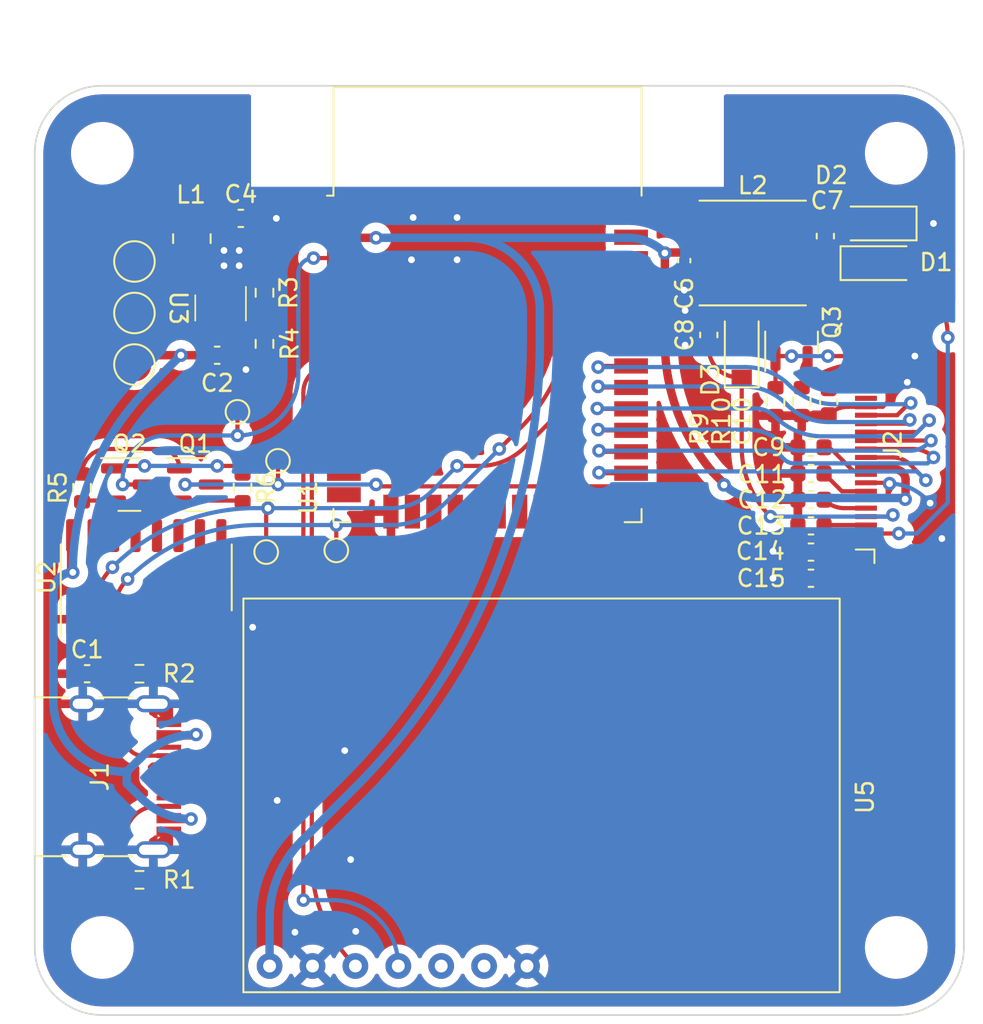
<source format=kicad_pcb>
(kicad_pcb (version 20211014) (generator pcbnew)
  (layers (0 "F.Cu" signal) (31 "B.Cu" signal) (34 "B.Paste" user) (35 "F.Paste" user) (36 "B.SilkS" user "B.Silkscreen") (37 "F.SilkS" user "F.Silkscreen") (38 "B.Mask" user) (39 "F.Mask" user) (44 "Edge.Cuts" user))
  (net 0 "")
  (net 1 "GND")
  (net 2 "Net-(C1-Pad2)")
  (net 3 "+5V")
  (net 4 "+3V3")
  (net 5 "Net-(C7-Pad1)")
  (net 6 "Net-(C7-Pad2)")
  (net 7 "/VGH")
  (net 8 "Net-(C10-Pad1)")
  (net 9 "Net-(C11-Pad1)")
  (net 10 "Net-(C12-Pad1)")
  (net 11 "Net-(C13-Pad1)")
  (net 12 "/VGL")
  (net 13 "Net-(J1-PadA5)")
  (net 15 "Net-(J1-PadB5)")
  (net 17 "/GDR")
  (net 18 "/RESE")
  (net 21 "Net-(C15-Pad1)")
  (net 22 "/BUSY")
  (net 23 "/~{RES}")
  (net 24 "/D{slash}C")
  (net 25 "/~{CS}")
  (net 26 "/DISPLAY_SCL")
  (net 28 "Net-(L1-Pad1)")
  (net 29 "Net-(Q1-Pad1)")
  (net 30 "/~{DTR}")
  (net 31 "/GPIO0")
  (net 32 "Net-(Q2-Pad1)")
  (net 33 "/~{RTS}")
  (net 34 "/EN")
  (net 37 "/DISPLAY_SDA")
  (net 38 "Net-(R3-Pad2)")
  (net 55 "/SCD30_SDA")
  (net 56 "/SCD30_SCL")
  (net 57 "/D+")
  (net 58 "/D-")
  (net 61 "/ESP_RX")
  (net 62 "/ESP_TX")
  (footprint "Package_TO_SOT_SMD:SOT-23" (layer "F.Cu") (at 134.5 98.6)
    (fp_text reference "Q1")
    (fp_text value "MMBT2222")
  )
  (footprint "TestPoint:TestPoint_Pad_D1.0mm" (layer "F.Cu") (at 138.7 102.6)
    (fp_text reference "TP7" hide)
    (fp_text value "TestPoint_Small")
  )
  (footprint "Capacitor_SMD:C_0603_1608Metric" (layer "F.Cu") (at 164.9 89.75 90)
    (fp_text reference "C8")
    (fp_text value "1µF 25V")
  )
  (footprint "Package_TO_SOT_SMD:SOT-23" (layer "F.Cu") (at 169.8 90.2 90)
    (fp_text reference "Q3")
    (fp_text value "IRLML0100TRPBF")
  )
  (footprint "Resistor_SMD:R_0603_1608Metric" (layer "F.Cu") (at 170.4 93.7 -90)
    (fp_text reference "R10")
    (fp_text value "2.2Ω")
  )
  (footprint "MountingHole:MountingHole_2.7mm_M2.5" (layer "F.Cu") (at 176 79)
    (fp_text reference "H2" hide)
    (fp_text value "MountingHole")
  )
  (footprint "TestPoint:TestPoint_Pad_D2.0mm" (layer "F.Cu") (at 130.9 88.45)
    (fp_text reference "TP1" hide)
    (fp_text value "TestPoint_Small")
  )
  (footprint "TestPoint:TestPoint_Pad_D1.0mm" (layer "F.Cu") (at 142.85 102.5)
    (fp_text reference "TP6" hide)
    (fp_text value "TestPoint_Small")
  )
  (footprint "Resistor_SMD:R_0603_1608Metric" (layer "F.Cu") (at 168.85 93.7 -90)
    (fp_text reference "R9")
    (fp_text value "1MΩ")
  )
  (footprint "MountingHole:MountingHole_2.7mm_M2.5" (layer "F.Cu") (at 176 126)
    (fp_text reference "H4" hide)
    (fp_text value "MountingHole")
  )
  (footprint "RF_Module:ESP32-WROOM-32" (layer "F.Cu") (at 151.8 90.95)
    (fp_text reference "U1")
    (fp_text value "ESP32-WROOM-32E")
  )
  (footprint "minico2:SOT-25" (layer "F.Cu") (at 136 88.15 -90)
    (fp_text reference "U3")
    (fp_text value "AP3418")
  )
  (footprint "Capacitor_SMD:C_0603_1608Metric" (layer "F.Cu") (at 170.95 99.5 180)
    (fp_text reference "C12")
    (fp_text value "1µF 25V")
  )
  (footprint "Resistor_SMD:R_0603_1608Metric" (layer "F.Cu") (at 138.6 90.275 -90)
    (fp_text reference "R4")
    (fp_text value "100kΩ")
  )
  (footprint "TestPoint:TestPoint_Pad_D1.0mm" (layer "F.Cu") (at 137 94.3)
    (fp_text reference "TP5" hide)
    (fp_text value "TestPoint_Small")
  )
  (footprint "Capacitor_SMD:C_0603_1608Metric" (layer "F.Cu") (at 128.1 109.8)
    (fp_text reference "C1")
    (fp_text value "100nF")
  )
  (footprint "Diode_SMD:D_SOD-123" (layer "F.Cu") (at 174.95 85.5)
    (fp_text reference "D1")
    (fp_text value "MBR0530T1G")
  )
  (footprint "Inductor_SMD:L_1008_2520Metric" (layer "F.Cu") (at 134.3 84.05 90)
    (fp_text reference "L1")
    (fp_text value "2.2µH 1.5A")
  )
  (footprint "Capacitor_SMD:C_0603_1608Metric" (layer "F.Cu") (at 170.95 104.15 180)
    (fp_text reference "C15")
    (fp_text value "1µF 25V")
  )
  (footprint "Diode_SMD:D_SOD-123" (layer "F.Cu") (at 166.85 90.6 90)
    (fp_text reference "D3")
    (fp_text value "MBR0530T1G")
  )
  (footprint "Capacitor_SMD:C_0603_1608Metric" (layer "F.Cu") (at 172 93.7 -90)
    (fp_text reference "C10")
    (fp_text value "1µF 25V")
  )
  (footprint "Capacitor_SMD:C_0402_1005Metric" (layer "F.Cu") (at 163.45 85.35 -90)
    (fp_text reference "C6")
    (fp_text value "4.7µF 25V")
  )
  (footprint "Capacitor_SMD:C_0603_1608Metric" (layer "F.Cu") (at 170.95 101.05 180)
    (fp_text reference "C13")
    (fp_text value "1µF 25V")
  )
  (footprint "Diode_SMD:D_SOD-123" (layer "F.Cu") (at 174.95 83.15 180)
    (fp_text reference "D2")
    (fp_text value "MBR0530T1G")
  )
  (footprint "Capacitor_SMD:C_0603_1608Metric" (layer "F.Cu") (at 171.8 83.9 -90)
    (fp_text reference "C7")
    (fp_text value "4.7µF 25V")
  )
  (footprint "Package_TO_SOT_SMD:SOT-23" (layer "F.Cu") (at 130.6 98.6)
    (fp_text reference "Q2")
    (fp_text value "MMBT2222")
  )
  (footprint "Connector_USB:USB_C_Receptacle_HRO_TYPE-C-31-M-12" (layer "F.Cu") (at 128.89 115.9 -90)
    (fp_text reference "J1")
    (fp_text value "USB_C_Receptacle_USB2.0")
  )
  (footprint "minico2:scd30" (layer "F.Cu") (at 155 117 90)
    (fp_text reference "U5")
    (fp_text value "SCD30")
  )
  (footprint "Resistor_SMD:R_0603_1608Metric" (layer "F.Cu") (at 137.3 98.8 90)
    (fp_text reference "R6")
    (fp_text value "10kΩ")
  )
  (footprint "MountingHole:MountingHole_2.7mm_M2.5" (layer "F.Cu") (at 129 79)
    (fp_text reference "H1" hide)
    (fp_text value "MountingHole")
  )
  (footprint "TestPoint:TestPoint_Pad_D2.0mm" (layer "F.Cu") (at 130.9 91.5)
    (fp_text reference "TP2" hide)
    (fp_text value "TestPoint_Small")
  )
  (footprint "Resistor_SMD:R_0603_1608Metric" (layer "F.Cu") (at 138.6 87.25 -90)
    (fp_text reference "R3")
    (fp_text value "453kΩ")
  )
  (footprint "Capacitor_SMD:C_0603_1608Metric" (layer "F.Cu") (at 170.95 102.6 180)
    (fp_text reference "C14")
    (fp_text value "1µF 25V")
  )
  (footprint "Capacitor_SMD:C_0603_1608Metric" (layer "F.Cu") (at 137.2 82.85)
    (fp_text reference "C4")
    (fp_text value "10µF")
  )
  (footprint "TestPoint:TestPoint_Pad_D2.0mm" (layer "F.Cu") (at 130.9 85.4)
    (fp_text reference "TP3" hide)
    (fp_text value "TestPoint_Small")
  )
  (footprint "Resistor_SMD:R_0603_1608Metric" (layer "F.Cu") (at 131.2 109.8)
    (fp_text reference "R2")
    (fp_text value "5.1kΩ")
  )
  (footprint "minico2:JUSHUO_AFC07-S24ECC-00_1x24-1MP_P0.5mm_Horizontal_Reversed_Numbering" (layer "F.Cu") (at 174.205 96.25 90)
    (fp_text reference "J2")
    (fp_text value "GDEY0213Z98")
  )
  (footprint "Capacitor_SMD:C_0603_1608Metric" (layer "F.Cu") (at 135.8 90.95)
    (fp_text reference "C2")
    (fp_text value "4.7µF")
  )
  (footprint "MountingHole:MountingHole_2.7mm_M2.5" (layer "F.Cu") (at 129 126)
    (fp_text reference "H3" hide)
    (fp_text value "MountingHole")
  )
  (footprint "Resistor_SMD:R_0603_1608Metric" (layer "F.Cu") (at 127.8 98.8 90)
    (fp_text reference "R5")
    (fp_text value "10kΩ")
  )
  (footprint "Resistor_SMD:R_0603_1608Metric" (layer "F.Cu") (at 131.2 122)
    (fp_text reference "R1")
    (fp_text value "5.1kΩ")
  )
  (footprint "TestPoint:TestPoint_Pad_D1.0mm" (layer "F.Cu") (at 139.4 97.2)
    (fp_text reference "TP4" hide)
    (fp_text value "TestPoint_Small")
  )
  (footprint "Capacitor_SMD:C_0603_1608Metric" (layer "F.Cu") (at 170.95 96.4 180)
    (fp_text reference "C9")
    (fp_text value "1µF 25V")
  )
  (footprint "Capacitor_SMD:C_0603_1608Metric" (layer "F.Cu") (at 170.95 97.95 180)
    (fp_text reference "C11")
    (fp_text value "1µF 25V")
  )
  (footprint "Package_SO:SOIC-16_3.9x9.9mm_P1.27mm" (layer "F.Cu") (at 131.6 104.1 90)
    (fp_text reference "U2")
    (fp_text value "CH340C")
  )
  (footprint "Inductor_SMD:L_Taiyo-Yuden_NR-60xx" (layer "F.Cu") (at 167.5 84.9)
    (fp_text reference "L2")
    (fp_text value "47µH 500mA")
  )
  (gr_line (start 180 79) (end 180 126) (layer "Edge.Cuts") (width 0.1))
  (gr_arc (start 129 130) (mid 126.171573 128.828427) (end 125 126) (layer "Edge.Cuts") (width 0.1))
  (gr_line (start 125 126) (end 125 79) (layer "Edge.Cuts") (width 0.1))
  (gr_arc (start 176 75) (mid 178.828427 76.171573) (end 180 79) (layer "Edge.Cuts") (width 0.1))
  (gr_arc (start 180 126) (mid 178.828427 128.828427) (end 176 130) (layer "Edge.Cuts") (width 0.1))
  (gr_arc (start 125 79) (mid 126.171573 76.171573) (end 129 75) (layer "Edge.Cuts") (width 0.1))
  (gr_line (start 129 75) (end 176 75) (layer "Edge.Cuts") (width 0.1))
  (gr_line (start 176 130) (end 129 130) (layer "Edge.Cuts") (width 0.1))
  (segment (start 174.205 94) (end 173.146751 94) (width 0.25) (layer "F.Cu") (net 1))
  (segment (start 170.175 96.4) (end 170.175 104.15) (width 0.5) (layer "F.Cu") (net 1))
  (segment (start 174.205 94) (end 175.2 94) (width 0.25) (layer "F.Cu") (net 1))
  (segment (start 168.85 94.525) (end 171.87929 94.525) (width 0.5) (layer "F.Cu") (net 1))
  (segment (start 174.205 98.5) (end 175.47929 98.5) (width 0.25) (layer "F.Cu") (net 1))
  (segment (start 176.6 83.15) (end 178.2 83.15) (width 0.5) (layer "F.Cu") (net 1))
  (segment (start 132.825398 119.414601) (end 132.02 120.22) (width 0.5) (layer "F.Cu") (net 1))
  (segment (start 175.2 94) (end 176.65 92.55) (width 0.25) (layer "F.Cu") (net 1))
  (segment (start 132.825398 112.385399) (end 132.02 111.58) (width 0.5) (layer "F.Cu") (net 1))
  (via (at 140.4 125.1) (size 0.8) (drill 0.4) (layers "F.Cu" "B.Cu") (net 1))
  (via (at 143.7 120.8) (size 0.8) (drill 0.4) (layers "F.Cu" "B.Cu") (net 1))
  (via (at 139.35 117.3) (size 0.8) (drill 0.4) (layers "F.Cu" "B.Cu") (net 1))
  (via (at 147.4 82.8) (size 0.8) (drill 0.4) (layers "F.Cu" "B.Cu") (net 1))
  (via (at 163.45 87.1) (size 0.8) (drill 0.4) (layers "F.Cu" "B.Cu") (net 1))
  (via (at 176.65 92.55) (size 0.8) (drill 0.4) (layers "F.Cu" "B.Cu") (net 1))
  (via (at 150 85.3) (size 0.8) (drill 0.4) (layers "F.Cu" "B.Cu") (net 1))
  (via (at 137.5 91.8) (size 0.8) (drill 0.4) (layers "F.Cu" "B.Cu") (net 1))
  (via (at 177.1 91) (size 0.8) (drill 0.4) (layers "F.Cu" "B.Cu") (net 1))
  (via (at 163.5 88.3) (size 0.8) (drill 0.4) (layers "F.Cu" "B.Cu") (net 1))
  (via (at 175.6 98.55) (size 0.8) (drill 0.4) (layers "F.Cu" "B.Cu") (net 1))
  (via (at 178.7 101.8) (size 0.8) (drill 0.4) (layers "F.Cu" "B.Cu") (net 1))
  (via (at 178 99.7) (size 0.8) (drill 0.4) (layers "F.Cu" "B.Cu") (net 1))
  (via (at 136.2 84.75) (size 0.8) (drill 0.4) (layers "F.Cu" "B.Cu") (net 1))
  (via (at 178.2 83.15) (size 0.8) (drill 0.4) (layers "F.Cu" "B.Cu") (net 1))
  (via (at 137.1 84.75) (size 0.8) (drill 0.4) (layers "F.Cu" "B.Cu") (net 1))
  (via (at 137.1 85.65) (size 0.8) (drill 0.4) (layers "F.Cu" "B.Cu") (net 1))
  (via (at 147.3 85.3) (size 0.8) (drill 0.4) (layers "F.Cu" "B.Cu") (net 1))
  (via (at 137.9 107.05) (size 0.8) (drill 0.4) (layers "F.Cu" "B.Cu") (net 1))
  (via (at 136.2 85.65) (size 0.8) (drill 0.4) (layers "F.Cu" "B.Cu") (net 1))
  (via (at 150 82.8) (size 0.8) (drill 0.4) (layers "F.Cu" "B.Cu") (net 1))
  (via (at 143.35 114.35) (size 0.8) (drill 0.4) (layers "F.Cu" "B.Cu") (net 1))
  (via (at 163.5 90.35) (size 0.8) (drill 0.4) (layers "F.Cu" "B.Cu") (net 1))
  (via (at 139.3 82.85) (size 0.8) (drill 0.4) (layers "F.Cu" "B.Cu") (net 1))
  (via (at 168.7 102.55) (size 0.8) (drill 0.4) (layers "F.Cu" "B.Cu") (net 1))
  (via (at 144 125.05) (size 0.8) (drill 0.4) (layers "F.Cu" "B.Cu") (net 1))
  (via (at 168.7 104.15) (size 0.8) (drill 0.4) (layers "F.Cu" "B.Cu") (net 1))
  (arc (start 171.87929 94.525) (mid 171.944618 94.512005) (end 172 94.475) (width 0.5) (layer "F.Cu") (net 1))
  (arc (start 173.146751 94) (mid 172.526134 94.123448) (end 172 94.475) (width 0.25) (layer "F.Cu") (net 1))
  (arc (start 175.47929 98.5) (mid 175.544617 98.512995) (end 175.6 98.55) (width 0.25) (layer "F.Cu") (net 1))
  (arc (start 132.935 112.65) (mid 132.906515 112.506799) (end 132.825398 112.385399) (width 0.5) (layer "F.Cu") (net 1))
  (arc (start 132.935 119.15) (mid 132.906515 119.293201) (end 132.825398 119.414601) (width 0.5) (layer "F.Cu") (net 1))
  (segment (start 177.733884 99.433883) (end 178 99.7) (width 0.25) (layer "B.Cu") (net 1))
  (arc (start 175.6 98.55) (mid 176.754849 98.779714) (end 177.733884 99.433883) (width 0.25) (layer "B.Cu") (net 1))
  (segment (start 129.140165 109.159835) (end 130.427598 107.872402) (width 0.25) (layer "F.Cu") (net 2))
  (arc (start 128.875 109.8) (mid 128.943914 109.453545) (end 129.140165 109.159835) (width 0.25) (layer "F.Cu") (net 2))
  (arc (start 130.427598 107.872402) (mid 130.825334 107.277149) (end 130.965 106.575) (width 0.25) (layer "F.Cu") (net 2))
  (segment (start 135.05 89.45) (end 136.95 87.55) (width 0.5) (layer "F.Cu") (net 3))
  (segment (start 133.65 90.95) (end 135.025 90.95) (width 0.5) (layer "F.Cu") (net 3))
  (segment (start 132.935 113.45) (end 134.42929 113.45) (width 0.5) (layer "F.Cu") (net 3))
  (segment (start 134.25 118.4) (end 133.05571 118.4) (width 0.5) (layer "F.Cu") (net 3))
  (segment (start 136.95 87.55) (end 136.95 86.85) (width 0.5) (layer "F.Cu") (net 3))
  (segment (start 127.155 103.57065) (end 127.155 101.625) (width 0.5) (layer "F.Cu") (net 3))
  (segment (start 133.65 90.95) (end 132.227817 90.95) (width 0.5) (layer "F.Cu") (net 3))
  (segment (start 135.05 89.45) (end 135.05 90.889645) (width 0.5) (layer "F.Cu") (net 3))
  (via (at 133.65 90.95) (size 0.8) (drill 0.4) (layers "F.Cu" "B.Cu") (net 3))
  (via (at 134.55 113.4) (size 0.8) (drill 0.4) (layers "F.Cu" "B.Cu") (net 3))
  (via (at 127.25 103.8) (size 0.8) (drill 0.4) (layers "F.Cu" "B.Cu") (net 3))
  (via (at 134.25 118.4) (size 0.8) (drill 0.4) (layers "F.Cu" "B.Cu") (net 3))
  (arc (start 135.05 90.889645) (mid 135.043502 90.922309) (end 135.025 90.95) (width 0.5) (layer "F.Cu") (net 3))
  (arc (start 133.05571 118.4) (mid 132.990382 118.387005) (end 132.935 118.35) (width 0.5) (layer "F.Cu") (net 3))
  (arc (start 134.42929 113.45) (mid 134.494618 113.437005) (end 134.55 113.4) (width 0.5) (layer "F.Cu") (net 3))
  (arc (start 127.25 103.8) (mid 127.179689 103.694774) (end 127.155 103.57065) (width 0.5) (layer "F.Cu") (net 3))
  (arc (start 132.227817 90.95) (mid 131.509208 91.09294) (end 130.9 91.5) (width 0.5) (layer "F.Cu") (net 3))
  (segment (start 131.306503 114.743497) (end 130.45 115.6) (width 0.5) (layer "B.Cu") (net 3))
  (segment (start 130.45 116.3) (end 131.347881 117.197881) (width 0.5) (layer "B.Cu") (net 3))
  (segment (start 131.810839 92.789162) (end 133.65 90.95) (width 0.5) (layer "B.Cu") (net 3))
  (segment (start 126.1 111.4) (end 126.1 104.95) (width 0.5) (layer "B.Cu") (net 3))
  (segment (start 130.45 115.6) (end 130.45 116.3) (width 0.5) (layer "B.Cu") (net 3))
  (segment (start 130.45 115.6) (end 130.3 115.6) (width 0.5) (layer "B.Cu") (net 3))
  (arc (start 127.25 103.8) (mid 128.435323 97.840977) (end 131.810839 92.789162) (width 0.5) (layer "B.Cu") (net 3))
  (arc (start 130.3 115.6) (mid 127.330152 114.369848) (end 126.1 111.4) (width 0.5) (layer "B.Cu") (net 3))
  (arc (start 134.55 113.4) (mid 132.79463 113.749164) (end 131.306503 114.743497) (width 0.5) (layer "B.Cu") (net 3))
  (arc (start 126.1 104.95) (mid 126.436827 104.136827) (end 127.25 103.8) (width 0.5) (layer "B.Cu") (net 3))
  (arc (start 131.347881 117.197881) (mid 132.679408 118.087579) (end 134.25 118.4) (width 0.5) (layer "B.Cu") (net 3))
  (segment (start 138.025 84.45) (end 136.425 82.85) (width 0.5) (layer "F.Cu") (net 4))
  (segment (start 165.802229 98.545811) (end 165.802229 98.6245) (width 0.5) (layer "F.Cu") (net 4))
  (segment (start 176.548768 98.269438) (end 176.548768 99.446309) (width 0.5) (layer "F.Cu") (net 4))
  (segment (start 138.6 85.838172) (end 138.6 86.425) (width 0.5) (layer "F.Cu") (net 4))
  (segment (start 173.257555 97.607556) (end 173.2 97.55) (width 0.25) (layer "F.Cu") (net 4))
  (segment (start 132.635571 83.664429) (end 130.9 85.4) (width 0.5) (layer "F.Cu") (net 4))
  (segment (start 165.15 84.9) (end 163.522426 84.9) (width 0.5) (layer "F.Cu") (net 4))
  (segment (start 143.3 83.965) (end 137.54 83.965) (width 0.5) (layer "F.Cu") (net 4))
  (segment (start 145.2 84) (end 143.384497 84) (width 0.5) (layer "F.Cu") (net 4))
  (segment (start 163.45 84.87) (end 162.372426 84.87) (width 0.5) (layer "F.Cu") (net 4))
  (segment (start 173.8 97.7) (end 175.908411 97.7) (width 0.5) (layer "F.Cu") (net 4))
  (segment (start 134.3 82.975) (end 136.123224 82.975) (width 0.5) (layer "F.Cu") (net 4))
  (segment (start 173.2 97.55) (end 172.27981 96.62981) (width 0.25) (layer "F.Cu") (net 4))
  (segment (start 176.548768 99.446309) (end 176.5247 99.470377) (width 0.5) (layer "F.Cu") (net 4))
  (segment (start 165.117861 97.861443) (end 165.802229 98.545811) (width 0.5) (layer "F.Cu") (net 4))
  (segment (start 137.54 83.965) (end 136.425 82.85) (width 0.5) (layer "F.Cu") (net 4))
  (segment (start 162.3 84.9) (end 162.3 90.150253) (width 0.5) (layer "F.Cu") (net 4))
  (via (at 176.5247 99.470377) (size 0.8) (drill 0.4) (layers "F.Cu" "B.Cu") (net 4))
  (via (at 165.802229 98.6245) (size 0.8) (drill 0.4) (layers "F.Cu" "B.Cu") (net 4))
  (via (at 145.2 84) (size 0.8) (drill 0.4) (layers "F.Cu" "B.Cu") (net 4))
  (via (at 162.3 84.9) (size 0.8) (drill 0.4) (layers "F.Cu" "B.Cu") (net 4))
  (arc (start 134.3 82.975) (mid 133.399218 83.154177) (end 132.635571 83.664429) (width 0.5) (layer "F.Cu") (net 4))
  (arc (start 162.372426 84.87) (mid 162.33323 84.877797) (end 162.3 84.9) (width 0.5) (layer "F.Cu") (net 4))
  (arc (start 138.025 84.45) (mid 138.450562 85.086899) (end 138.6 85.838172) (width 0.5) (layer "F.Cu") (net 4))
  (arc (start 143.384497 84) (mid 143.338767 83.990904) (end 143.3 83.965) (width 0.5) (layer "F.Cu") (net 4))
  (arc (start 175.908411 97.7) (mid 176.335928 97.863196) (end 176.548768 98.269438) (width 0.5) (layer "F.Cu") (net 4))
  (arc (start 136.123224 82.975) (mid 136.286544 82.942513) (end 136.425 82.85) (width 0.5) (layer "F.Cu") (net 4))
  (arc (start 174.205 98) (mid 173.692247 97.898007) (end 173.257555 97.607556) (width 0.25) (layer "F.Cu") (net 4))
  (arc (start 163.522426 84.9) (mid 163.483229 84.892203) (end 163.45 84.87) (width 0.5) (layer "F.Cu") (net 4))
  (arc (start 162.3 90.150253) (mid 163.027041 94.254801) (end 165.117861 97.861443) (width 0.5) (layer "F.Cu") (net 4))
  (arc (start 172.27981 96.62981) (mid 172.025261 96.459725) (end 171.725 96.4) (width 0.25) (layer "F.Cu") (net 4))
  (segment (start 150.6 84) (end 145.2 84) (width 0.5) (layer "B.Cu") (net 4))
  (segment (start 167.73137 99.4) (end 176.454323 99.4) (width 0.5) (layer "B.Cu") (net 4))
  (segment (start 165.802229 98.6245) (end 165.875801 98.6245) (width 0.5) (layer "B.Cu") (net 4))
  (segment (start 160.127208 84) (end 150.6 84) (width 0.5) (layer "B.Cu") (net 4))
  (segment (start 176.454323 99.4) (end 176.5247 99.470377) (width 0.5) (layer "B.Cu") (net 4))
  (segment (start 140.8 119.7) (end 143.939845 116.560155) (width 0.5) (layer "B.Cu") (net 4))
  (segment (start 154.9 90.1) (end 154.9 88.3) (width 0.5) (layer "B.Cu") (net 4))
  (segment (start 138.9 127.1) (end 138.9 124.287005) (width 0.5) (layer "B.Cu") (net 4))
  (segment (start 165.875801 98.6245) (end 166.149446 98.898145) (width 0.5) (layer "B.Cu") (net 4))
  (arc (start 166.149446 98.898145) (mid 166.901744 99.270945) (end 167.73137 99.4) (width 0.5) (layer "B.Cu") (net 4))
  (arc (start 143.939845 116.560155) (mid 152.051548 104.420132) (end 154.9 90.1) (width 0.5) (layer "B.Cu") (net 4))
  (arc (start 162.3 84.9) (mid 161.303115 84.233902) (end 160.127208 84) (width 0.5) (layer "B.Cu") (net 4))
  (arc (start 154.9 88.3) (mid 153.640559 85.259441) (end 150.6 84) (width 0.5) (layer "B.Cu") (net 4))
  (arc (start 138.9 124.287005) (mid 139.393794 121.804536) (end 140.8 119.7) (width 0.5) (layer "B.Cu") (net 4))
  (segment (start 173.3 83.15) (end 173.3 85.5) (width 0.25) (layer "F.Cu") (net 5))
  (segment (start 173.3 83.15) (end 171.860355 83.15) (width 0.25) (layer "F.Cu") (net 5))
  (arc (start 171.860355 83.15) (mid 171.827691 83.143503) (end 171.8 83.125) (width 0.25) (layer "F.Cu") (net 5))
  (segment (start 169.8 89.2625) (end 169.8 85.02071) (width 0.25) (layer "F.Cu") (net 6))
  (segment (start 166.85 88.95) (end 166.85 87.9) (width 0.25) (layer "F.Cu") (net 6))
  (segment (start 171.8 84.675) (end 170.393198 84.675) (width 0.25) (layer "F.Cu") (net 6))
  (arc (start 170.393198 84.675) (mid 170.099222 84.733476) (end 169.85 84.9) (width 0.25) (layer "F.Cu") (net 6))
  (arc (start 166.85 87.9) (mid 167.72868 85.77868) (end 169.85 84.9) (width 0.25) (layer "F.Cu") (net 6))
  (arc (start 169.8 85.02071) (mid 169.812994 84.955382) (end 169.85 84.9) (width 0.25) (layer "F.Cu") (net 6))
  (segment (start 175.8 100.4) (end 175.7 100.5) (width 0.25) (layer "F.Cu") (net 7))
  (segment (start 175.7 100.5) (end 174.205 100.5) (width 0.25) (layer "F.Cu") (net 7))
  (segment (start 166.85 92.25) (end 166.85 96.395837) (width 0.25) (layer "F.Cu") (net 7))
  (segment (start 166.85 92.25) (end 166.625 92.25) (width 0.25) (layer "F.Cu") (net 7))
  (via (at 168.55 100.5) (size 0.8) (drill 0.4) (layers "F.Cu" "B.Cu") (net 7))
  (via (at 175.8 100.4) (size 0.8) (drill 0.4) (layers "F.Cu" "B.Cu") (net 7))
  (arc (start 166.625 92.25) (mid 165.405241 91.744759) (end 164.9 90.525) (width 0.25) (layer "F.Cu") (net 7))
  (arc (start 166.85 96.395837) (mid 167.291816 98.616994) (end 168.55 100.5) (width 0.25) (layer "F.Cu") (net 7))
  (segment (start 168.55 100.5) (end 175.558579 100.5) (width 0.25) (layer "B.Cu") (net 7))
  (arc (start 175.558579 100.5) (mid 175.689235 100.47401) (end 175.8 100.4) (width 0.25) (layer "B.Cu") (net 7))
  (segment (start 174.205 92.5) (end 173.02604 92.5) (width 0.25) (layer "F.Cu") (net 8))
  (arc (start 173.02604 92.5) (mid 172.470751 92.610454) (end 172 92.925) (width 0.25) (layer "F.Cu") (net 8))
  (segment (start 174.205 99) (end 172.775001 99) (width 0.25) (layer "F.Cu") (net 9))
  (segment (start 172.775001 99) (end 171.725 97.95) (width 0.25) (layer "F.Cu") (net 9))
  (segment (start 174.205 100) (end 172.932106 100) (width 0.25) (layer "F.Cu") (net 10))
  (arc (start 172.932106 100) (mid 172.278825 99.870054) (end 171.725 99.5) (width 0.25) (layer "F.Cu") (net 10))
  (segment (start 174.205 101) (end 171.84571 101) (width 0.25) (layer "F.Cu") (net 11))
  (arc (start 171.84571 101) (mid 171.780382 101.012994) (end 171.725 101.05) (width 0.25) (layer "F.Cu") (net 11))
  (segment (start 176.15 101.5) (end 174.205 101.5) (width 0.25) (layer "F.Cu") (net 12))
  (segment (start 174.205 101.5) (end 172.824999 101.5) (width 0.25) (layer "F.Cu") (net 12))
  (segment (start 172.824999 101.5) (end 171.725 102.6) (width 0.25) (layer "F.Cu") (net 12))
  (segment (start 176.6 85.5) (end 177.671142 86.571142) (width 0.25) (layer "F.Cu") (net 12))
  (via (at 179.05 89.9) (size 0.8) (drill 0.4) (layers "F.Cu" "B.Cu") (net 12))
  (via (at 176.15 101.5) (size 0.8) (drill 0.4) (layers "F.Cu" "B.Cu") (net 12))
  (arc (start 177.671142 86.571142) (mid 178.691646 88.098435) (end 179.05 89.9) (width 0.25) (layer "F.Cu") (net 12))
  (segment (start 179.05 89.9) (end 179.05 99.674598) (width 0.25) (layer "B.Cu") (net 12))
  (segment (start 177.224598 101.5) (end 176.15 101.5) (width 0.25) (layer "B.Cu") (net 12))
  (segment (start 179.05 99.674598) (end 177.224598 101.5) (width 0.25) (layer "B.Cu") (net 12))
  (segment (start 130.375 109.8) (end 130.375 113.634935) (width 0.25) (layer "F.Cu") (net 13))
  (segment (start 131.390065 114.65) (end 132.935 114.65) (width 0.25) (layer "F.Cu") (net 13))
  (arc (start 130.375 113.634935) (mid 130.672306 114.352694) (end 131.390065 114.65) (width 0.25) (layer "F.Cu") (net 13))
  (segment (start 130.375 122) (end 130.375 119.475) (width 0.25) (layer "F.Cu") (net 15))
  (arc (start 130.375 119.475) (mid 130.90953 118.18453) (end 132.2 117.65) (width 0.25) (layer "F.Cu") (net 15))
  (segment (start 169.8 91) (end 169.181954 91) (width 0.25) (layer "F.Cu") (net 17))
  (segment (start 174.205 91) (end 171.95 91) (width 0.25) (layer "F.Cu") (net 17))
  (segment (start 168.85 91.1375) (end 168.85 92.875) (width 0.25) (layer "F.Cu") (net 17))
  (via (at 171.95 91) (size 0.8) (drill 0.4) (layers "F.Cu" "B.Cu") (net 17))
  (via (at 169.8 91) (size 0.8) (drill 0.4) (layers "F.Cu" "B.Cu") (net 17))
  (arc (start 169.181954 91) (mid 169.002302 91.035735) (end 168.85 91.1375) (width 0.25) (layer "F.Cu") (net 17))
  (segment (start 171.95 91) (end 169.8 91) (width 0.25) (layer "B.Cu") (net 17))
  (segment (start 174.205 91.5) (end 173.719543 91.5) (width 0.25) (layer "F.Cu") (net 18))
  (segment (start 170.4 91.982474) (end 170.4 92.875) (width 0.25) (layer "F.Cu") (net 18))
  (arc (start 173.719543 91.5) (mid 171.92302 91.857351) (end 170.4 92.875) (width 0.25) (layer "F.Cu") (net 18))
  (arc (start 170.75 91.1375) (mid 170.490962 91.525177) (end 170.4 91.982474) (width 0.25) (layer "F.Cu") (net 18))
  (segment (start 173.641655 102.233345) (end 171.725 104.15) (width 0.25) (layer "F.Cu") (net 21))
  (arc (start 174.205 102) (mid 173.90012 102.060644) (end 173.641655 102.233345) (width 0.25) (layer "F.Cu") (net 21))
  (segment (start 176.050902 94.5) (end 176.773449 93.777453) (width 0.25) (layer "F.Cu") (net 22))
  (segment (start 176.773449 93.777453) (end 176.853919 93.777453) (width 0.25) (layer "F.Cu") (net 22))
  (segment (start 174.205 94.5) (end 176.050902 94.5) (width 0.25) (layer "F.Cu") (net 22))
  (segment (start 160.3 91.585) (end 158.415 91.585) (width 0.25) (layer "F.Cu") (net 22))
  (via (at 176.853919 93.777453) (size 0.8) (drill 0.4) (layers "F.Cu" "B.Cu") (net 22))
  (via (at 158.35 91.65) (size 0.8) (drill 0.4) (layers "F.Cu" "B.Cu") (net 22))
  (arc (start 158.415 91.585) (mid 158.369038 91.604038) (end 158.35 91.65) (width 0.25) (layer "F.Cu") (net 22))
  (segment (start 172.355634 93.85) (end 176.781372 93.85) (width 0.25) (layer "B.Cu") (net 22))
  (segment (start 158.35 91.65) (end 167.044366 91.65) (width 0.25) (layer "B.Cu") (net 22))
  (segment (start 176.781372 93.85) (end 176.853919 93.777453) (width 0.25) (layer "B.Cu") (net 22))
  (arc (start 167.044366 91.65) (mid 168.481584 91.935881) (end 169.7 92.75) (width 0.25) (layer "B.Cu") (net 22))
  (arc (start 169.7 92.75) (mid 170.918415 93.564115) (end 172.355634 93.85) (width 0.25) (layer "B.Cu") (net 22))
  (segment (start 160.3 92.855) (end 158.482781 92.855) (width 0.25) (layer "F.Cu") (net 23))
  (segment (start 176.5755 95) (end 176.8 94.7755) (width 0.25) (layer "F.Cu") (net 23))
  (segment (start 174.205 95) (end 176.5755 95) (width 0.25) (layer "F.Cu") (net 23))
  (via (at 176.8 94.7755) (size 0.8) (drill 0.4) (layers "F.Cu" "B.Cu") (net 23))
  (via (at 158.35 92.8) (size 0.8) (drill 0.4) (layers "F.Cu" "B.Cu") (net 23))
  (arc (start 158.482781 92.855) (mid 158.41092 92.840706) (end 158.35 92.8) (width 0.25) (layer "F.Cu") (net 23))
  (segment (start 176.6755 94.9) (end 176.8 94.7755) (width 0.25) (layer "B.Cu") (net 23))
  (segment (start 169.475305 93.825305) (end 169.55 93.9) (width 0.25) (layer "B.Cu") (net 23))
  (segment (start 171.964213 94.9) (end 176.6755 94.9) (width 0.25) (layer "B.Cu") (net 23))
  (segment (start 158.35 92.8) (end 167 92.8) (width 0.25) (layer "B.Cu") (net 23))
  (arc (start 169.55 93.9) (mid 170.65765 94.640107) (end 171.964213 94.9) (width 0.25) (layer "B.Cu") (net 23))
  (arc (start 167 92.8) (mid 168.339625 93.066468) (end 169.475305 93.825305) (width 0.25) (layer "B.Cu") (net 23))
  (segment (start 174.205 95.5) (end 177.25 95.5) (width 0.25) (layer "F.Cu") (net 24))
  (segment (start 160.3 94.125) (end 158.360355 94.125) (width 0.25) (layer "F.Cu") (net 24))
  (segment (start 177.25 95.5) (end 177.95 94.8) (width 0.25) (layer "F.Cu") (net 24))
  (via (at 177.95 94.8) (size 0.8) (drill 0.4) (layers "F.Cu" "B.Cu") (net 24))
  (via (at 158.3 94.1) (size 0.8) (drill 0.4) (layers "F.Cu" "B.Cu") (net 24))
  (arc (start 158.360355 94.125) (mid 158.327691 94.118503) (end 158.3 94.1) (width 0.25) (layer "F.Cu") (net 24))
  (segment (start 158.3 94.1) (end 167.642894 94.1) (width 0.25) (layer "B.Cu") (net 24))
  (segment (start 177 95.75) (end 177.95 94.8) (width 0.25) (layer "B.Cu") (net 24))
  (segment (start 171.626345 95.75) (end 177 95.75) (width 0.25) (layer "B.Cu") (net 24))
  (arc (start 167.642894 94.1) (mid 168.296175 94.229946) (end 168.85 94.6) (width 0.25) (layer "B.Cu") (net 24))
  (arc (start 168.85 94.6) (mid 170.123798 95.451119) (end 171.626345 95.75) (width 0.25) (layer "B.Cu") (net 24))
  (segment (start 175.35 96) (end 178.05 96) (width 0.25) (layer "F.Cu") (net 25))
  (segment (start 160.3 95.395) (end 158.458639 95.395) (width 0.25) (layer "F.Cu") (net 25))
  (segment (start 175.35 96) (end 174.205 96) (width 0.25) (layer "F.Cu") (net 25))
  (via (at 158.35 95.35) (size 0.8) (drill 0.4) (layers "F.Cu" "B.Cu") (net 25))
  (via (at 178.05 96) (size 0.8) (drill 0.4) (layers "F.Cu" "B.Cu") (net 25))
  (arc (start 158.458639 95.395) (mid 158.399844 95.383305) (end 158.35 95.35) (width 0.25) (layer "F.Cu") (net 25))
  (segment (start 170.194974 96.6) (end 176.8 96.6) (width 0.25) (layer "B.Cu") (net 25))
  (segment (start 178.05 96) (end 177.90962 96.14038) (width 0.25) (layer "B.Cu") (net 25))
  (segment (start 158.35 95.35) (end 167.177208 95.35) (width 0.25) (layer "B.Cu") (net 25))
  (arc (start 169.35 96.25) (mid 169.737677 96.509038) (end 170.194974 96.6) (width 0.25) (layer "B.Cu") (net 25))
  (arc (start 177.90962 96.14038) (mid 177.400522 96.480549) (end 176.8 96.6) (width 0.25) (layer "B.Cu") (net 25))
  (arc (start 167.177208 95.35) (mid 168.353114 95.583903) (end 169.35 96.25) (width 0.25) (layer "B.Cu") (net 25))
  (segment (start 174.205 96.5) (end 176.992894 96.5) (width 0.25) (layer "F.Cu") (net 26))
  (segment (start 160.3 96.665) (end 158.556923 96.665) (width 0.25) (layer "F.Cu") (net 26))
  (via (at 178.2 97) (size 0.8) (drill 0.4) (layers "F.Cu" "B.Cu") (net 26))
  (via (at 158.4 96.6) (size 0.8) (drill 0.4) (layers "F.Cu" "B.Cu") (net 26))
  (arc (start 158.556923 96.665) (mid 158.471997 96.648107) (end 158.4 96.6) (width 0.25) (layer "F.Cu") (net 26))
  (arc (start 176.992894 96.5) (mid 177.646175 96.629946) (end 178.2 97) (width 0.25) (layer "F.Cu") (net 26))
  (segment (start 158.4 96.6) (end 168.35 96.6) (width 0.25) (layer "B.Cu") (net 26))
  (segment (start 177.85 97.35) (end 178.2 97) (width 0.25) (layer "B.Cu") (net 26))
  (segment (start 169.953553 97.35) (end 177.85 97.35) (width 0.25) (layer "B.Cu") (net 26))
  (segment (start 169.203554 96.953553) (end 169.35 97.1) (width 0.25) (layer "B.Cu") (net 26))
  (arc (start 169.35 97.1) (mid 169.626912 97.285032) (end 169.953553 97.35) (width 0.25) (layer "B.Cu") (net 26))
  (arc (start 168.35 96.6) (mid 168.81194 96.691886) (end 169.203554 96.953553) (width 0.25) (layer "B.Cu") (net 26))
  (segment (start 135 86.85) (end 135 86.814949) (width 0.5) (layer "F.Cu") (net 28))
  (arc (start 135 86.814949) (mid 134.818076 85.900355) (end 134.3 85.125) (width 0.5) (layer "F.Cu") (net 28))
  (segment (start 129.275 96.5) (end 132.4125 96.5) (width 0.25) (layer "F.Cu") (net 29))
  (arc (start 132.4125 96.5) (mid 133.225673 96.836827) (end 133.5625 97.65) (width 0.25) (layer "F.Cu") (net 29))
  (arc (start 127.8 97.975) (mid 128.232017 96.932017) (end 129.275 96.5) (width 0.25) (layer "F.Cu") (net 29))
  (segment (start 133.5625 99.55) (end 137.118934 99.55) (width 0.25) (layer "F.Cu") (net 30))
  (segment (start 133.04 99.55) (end 133.5625 99.55) (width 0.25) (layer "F.Cu") (net 30))
  (arc (start 130.965 101.625) (mid 131.572753 100.157753) (end 133.04 99.55) (width 0.25) (layer "F.Cu") (net 30))
  (arc (start 137.118934 99.55) (mid 137.216926 99.569492) (end 137.3 99.625) (width 0.25) (layer "F.Cu") (net 30))
  (segment (start 135.4375 98.6) (end 133.9 98.6) (width 0.25) (layer "F.Cu") (net 31))
  (segment (start 145.2 98.6) (end 145.31 98.71) (width 0.25) (layer "F.Cu") (net 31))
  (segment (start 139.4 97.2) (end 139.4 98.6) (width 0.25) (layer "F.Cu") (net 31))
  (segment (start 145.31 98.71) (end 159.104965 98.71) (width 0.25) (layer "F.Cu") (net 31))
  (via (at 145.2 98.6) (size 0.8) (drill 0.4) (layers "F.Cu" "B.Cu") (net 31))
  (via (at 133.9 98.6) (size 0.8) (drill 0.4) (layers "F.Cu" "B.Cu") (net 31))
  (via (at 139.4 98.6) (size 0.8) (drill 0.4) (layers "F.Cu" "B.Cu") (net 31))
  (arc (start 159.104965 98.71) (mid 159.751713 98.838647) (end 160.3 99.205) (width 0.25) (layer "F.Cu") (net 31))
  (segment (start 139.4 98.6) (end 145.2 98.6) (width 0.25) (layer "B.Cu") (net 31))
  (segment (start 133.9 98.6) (end 139.4 98.6) (width 0.25) (layer "B.Cu") (net 31))
  (segment (start 131.5 97.5) (end 129.8125 97.5) (width 0.25) (layer "F.Cu") (net 32))
  (segment (start 136.825 97.5) (end 135.8 97.5) (width 0.25) (layer "F.Cu") (net 32))
  (via (at 135.8 97.5) (size 0.8) (drill 0.4) (layers "F.Cu" "B.Cu") (net 32))
  (via (at 131.5 97.5) (size 0.8) (drill 0.4) (layers "F.Cu" "B.Cu") (net 32))
  (arc (start 129.8125 97.5) (mid 129.706434 97.543934) (end 129.6625 97.65) (width 0.25) (layer "F.Cu") (net 32))
  (arc (start 137.3 97.975) (mid 137.160876 97.639124) (end 136.825 97.5) (width 0.25) (layer "F.Cu") (net 32))
  (segment (start 135.8 97.5) (end 131.5 97.5) (width 0.25) (layer "B.Cu") (net 32))
  (segment (start 129.695 101.625) (end 129.695 99.628461) (width 0.25) (layer "F.Cu") (net 33))
  (segment (start 129.6625 99.55) (end 127.981066 99.55) (width 0.25) (layer "F.Cu") (net 33))
  (arc (start 127.981066 99.55) (mid 127.883074 99.569492) (end 127.8 99.625) (width 0.25) (layer "F.Cu") (net 33))
  (arc (start 129.695 99.628461) (mid 129.686554 99.585998) (end 129.6625 99.55) (width 0.25) (layer "F.Cu") (net 33))
  (segment (start 141.5 85.2) (end 143.265 85.2) (width 0.25) (layer "F.Cu") (net 34))
  (segment (start 137 94.3) (end 137 95.7) (width 0.25) (layer "F.Cu") (net 34))
  (segment (start 131.5375 98.6) (end 130.2 98.6) (width 0.25) (layer "F.Cu") (net 34))
  (via (at 130.2 98.6) (size 0.8) (drill 0.4) (layers "F.Cu" "B.Cu") (net 34))
  (via (at 137 95.7) (size 0.8) (drill 0.4) (layers "F.Cu" "B.Cu") (net 34))
  (via (at 141.5 85.2) (size 0.8) (drill 0.4) (layers "F.Cu" "B.Cu") (net 34))
  (arc (start 143.265 85.2) (mid 143.289749 85.210251) (end 143.3 85.235) (width 0.25) (layer "F.Cu") (net 34))
  (segment (start 140.6 92.1) (end 140.6 86.1) (width 0.25) (layer "B.Cu") (net 34))
  (segment (start 130.2 98.6) (end 130.2 98.3) (width 0.25) (layer "B.Cu") (net 34))
  (segment (start 132.8 95.7) (end 137 95.7) (width 0.25) (layer "B.Cu") (net 34))
  (arc (start 137 95.7) (mid 139.545584 94.645584) (end 140.6 92.1) (width 0.25) (layer "B.Cu") (net 34))
  (arc (start 140.6 86.1) (mid 140.863604 85.463604) (end 141.5 85.2) (width 0.25) (layer "B.Cu") (net 34))
  (arc (start 130.2 98.3) (mid 130.961522 96.461522) (end 132.8 95.7) (width 0.25) (layer "B.Cu") (net 34))
  (segment (start 177.75 98.35) (end 176.821752 97.421752) (width 0.25) (layer "F.Cu") (net 37))
  (segment (start 160.3 97.935) (end 158.484497 97.935) (width 0.25) (layer "F.Cu") (net 37))
  (segment (start 175.803552 97) (end 174.205 97) (width 0.25) (layer "F.Cu") (net 37))
  (via (at 158.4 97.9) (size 0.8) (drill 0.4) (layers "F.Cu" "B.Cu") (net 37))
  (via (at 177.75 98.35) (size 0.8) (drill 0.4) (layers "F.Cu" "B.Cu") (net 37))
  (arc (start 176.821752 97.421752) (mid 176.354598 97.10961) (end 175.803552 97) (width 0.25) (layer "F.Cu") (net 37))
  (arc (start 158.484497 97.935) (mid 158.438767 97.925904) (end 158.4 97.9) (width 0.25) (layer "F.Cu") (net 37))
  (segment (start 177.2255 97.8255) (end 177.75 98.35) (width 0.25) (layer "B.Cu") (net 37))
  (segment (start 158.4 97.9) (end 158.4745 97.8255) (width 0.25) (layer "B.Cu") (net 37))
  (segment (start 158.4745 97.8255) (end 177.2255 97.8255) (width 0.25) (layer "B.Cu") (net 37))
  (segment (start 138.6 89.45) (end 138.6 88.075) (width 0.25) (layer "F.Cu") (net 38))
  (segment (start 136.95 89.45) (end 138.6 89.45) (width 0.25) (layer "F.Cu") (net 38))
  (segment (start 140.9 94.9) (end 140.9 123.2) (width 0.25) (layer "F.Cu") (net 55))
  (segment (start 140.9 93.155) (end 140.9 94.9) (width 0.25) (layer "F.Cu") (net 55))
  (segment (start 143.3 91.585) (end 142.47 91.585) (width 0.25) (layer "F.Cu") (net 55))
  (via (at 140.9 123.2) (size 0.8) (drill 0.4) (layers "F.Cu" "B.Cu") (net 55))
  (arc (start 142.47 91.585) (mid 141.359842 92.044842) (end 140.9 93.155) (width 0.25) (layer "F.Cu") (net 55))
  (segment (start 140.9 123.2) (end 142.62 123.2) (width 0.25) (layer "B.Cu") (net 55))
  (arc (start 142.62 123.2) (mid 145.377716 124.342284) (end 146.52 127.1) (width 0.25) (layer "B.Cu") (net 55))
  (segment (start 143.3 92.855) (end 142.05 92.855) (width 0.25) (layer "F.Cu") (net 56))
  (segment (start 141.4 93.505) (end 141.4 120.87133) (width 0.25) (layer "F.Cu") (net 56))
  (arc (start 141.4 120.87133) (mid 142.07052 124.242262) (end 143.98 127.1) (width 0.25) (layer "F.Cu") (net 56))
  (arc (start 142.05 92.855) (mid 141.590381 93.045381) (end 141.4 93.505) (width 0.25) (layer "F.Cu") (net 56))
  (segment (start 132.644999 106.165001) (end 132.235 106.575) (width 0.2) (layer "F.Cu") (net 57))
  (segment (start 139.625 113.2932) (end 139.625 106.1068) (width 0.2) (layer "F.Cu") (net 57))
  (segment (start 137.4932 103.975) (end 133.4068 103.975) (width 0.2) (layer "F.Cu") (net 57))
  (segment (start 134.047501 115.625) (end 137.2932 115.625) (width 0.2) (layer "F.Cu") (net 57))
  (segment (start 132.935 116.65) (end 133.91 116.65) (width 0.2) (layer "F.Cu") (net 57))
  (segment (start 137.2932 115.625) (end 139.625 113.2932) (width 0.2) (layer "F.Cu") (net 57))
  (segment (start 133.4068 103.975) (end 132.644999 104.736801) (width 0.2) (layer "F.Cu") (net 57))
  (segment (start 134.1 115.91071) (end 133.83929 115.65) (width 0.2) (layer "F.Cu") (net 57))
  (segment (start 132.644999 104.736801) (end 132.644999 106.165001) (width 0.2) (layer "F.Cu") (net 57))
  (segment (start 139.625 106.1068) (end 137.4932 103.975) (width 0.2) (layer "F.Cu") (net 57))
  (segment (start 132.935 115.65) (end 134.022501 115.65) (width 0.2) (layer "F.Cu") (net 57))
  (segment (start 133.91 116.65) (end 134.1 116.46) (width 0.2) (layer "F.Cu") (net 57))
  (segment (start 134.1 116.46) (end 134.1 115.91071) (width 0.2) (layer "F.Cu") (net 57))
  (segment (start 134.022501 115.65) (end 134.047501 115.625) (width 0.2) (layer "F.Cu") (net 57))
  (segment (start 133.83929 115.65) (end 132.935 115.65) (width 0.2) (layer "F.Cu") (net 57))
  (segment (start 133.095001 106.165001) (end 133.505 106.575) (width 0.2) (layer "F.Cu") (net 58))
  (segment (start 131.8 115.99) (end 131.8 115.31) (width 0.2) (layer "F.Cu") (net 58))
  (segment (start 133.095001 104.923199) (end 133.095001 106.165001) (width 0.2) (layer "F.Cu") (net 58))
  (segment (start 132.03071 115.15) (end 132.935 115.15) (width 0.2) (layer "F.Cu") (net 58))
  (segment (start 137.3068 104.425) (end 133.5932 104.425) (width 0.2) (layer "F.Cu") (net 58))
  (segment (start 132.935 116.15) (end 131.96 116.15) (width 0.2) (layer "F.Cu") (net 58))
  (segment (start 134.047501 115.175) (end 137.1068 115.175) (width 0.2) (layer "F.Cu") (net 58))
  (segment (start 139.175 106.2932) (end 137.3068 104.425) (width 0.2) (layer "F.Cu") (net 58))
  (segment (start 133.5932 104.425) (end 133.095001 104.923199) (width 0.2) (layer "F.Cu") (net 58))
  (segment (start 132.935 115.15) (end 134.022501 115.15) (width 0.2) (layer "F.Cu") (net 58))
  (segment (start 137.1068 115.175) (end 139.175 113.1068) (width 0.2) (layer "F.Cu") (net 58))
  (segment (start 131.8 115.31) (end 131.91 115.2) (width 0.2) (layer "F.Cu") (net 58))
  (segment (start 131.96 116.15) (end 131.8 115.99) (width 0.2) (layer "F.Cu") (net 58))
  (segment (start 139.175 113.1068) (end 139.175 106.2932) (width 0.2) (layer "F.Cu") (net 58))
  (segment (start 134.022501 115.15) (end 134.047501 115.175) (width 0.2) (layer "F.Cu") (net 58))
  (arc (start 131.91 115.2) (mid 131.965382 115.162995) (end 132.03071 115.15) (width 0.2) (layer "F.Cu") (net 58))
  (segment (start 158.82604 87.775) (end 160.3 87.775) (width 0.25) (layer "F.Cu") (net 61))
  (segment (start 153.999158 96.400842) (end 155.2 95.2) (width 0.25) (layer "F.Cu") (net 61))
  (segment (start 138.7 102.6) (end 138.7 100.241421) (width 0.25) (layer "F.Cu") (net 61))
  (segment (start 150 97.5) (end 151.345556 97.5) (width 0.25) (layer "F.Cu") (net 61))
  (segment (start 128.425 106.575) (end 128.425 106.3367) (width 0.25) (layer "F.Cu") (net 61))
  (segment (start 157.5 89.647309) (end 157.5 88.924264) (width 0.25) (layer "F.Cu") (net 61))
  (via (at 129.6 103.5) (size 0.8) (drill 0.4) (layers "F.Cu" "B.Cu") (net 61))
  (via (at 150 97.5) (size 0.8) (drill 0.4) (layers "F.Cu" "B.Cu") (net 61))
  (via (at 138.8 100) (size 0.8) (drill 0.4) (layers "F.Cu" "B.Cu") (net 61))
  (arc (start 157.8 88.2) (mid 158.270751 87.885454) (end 158.82604 87.775) (width 0.25) (layer "F.Cu") (net 61))
  (arc (start 128.425 106.3367) (mid 128.730372 104.801489) (end 129.6 103.5) (width 0.25) (layer "F.Cu") (net 61))
  (arc (start 151.345556 97.5) (mid 152.781675 97.214338) (end 153.999158 96.400842) (width 0.25) (layer "F.Cu") (net 61))
  (arc (start 157.5 88.924264) (mid 157.577967 88.532296) (end 157.8 88.2) (width 0.25) (layer "F.Cu") (net 61))
  (arc (start 138.7 100.241421) (mid 138.725989 100.110765) (end 138.8 100) (width 0.25) (layer "F.Cu") (net 61))
  (arc (start 155.2 95.2) (mid 156.90225 92.652404) (end 157.5 89.647309) (width 0.25) (layer "F.Cu") (net 61))
  (segment (start 138.049747 100) (end 146.1 100) (width 0.25) (layer "B.Cu") (net 61))
  (segment (start 148.48995 99.010051) (end 150 97.5) (width 0.25) (layer "B.Cu") (net 61))
  (arc (start 129.6 103.5) (mid 133.476776 100.90962) (end 138.049747 100) (width 0.25) (layer "B.Cu") (net 61))
  (arc (start 146.1 100) (mid 147.393431 99.742721) (end 148.48995 99.010051) (width 0.25) (layer "B.Cu") (net 61))
  (segment (start 142.85 102.5) (end 142.85 101) (width 0.25) (layer "F.Cu") (net 62))
  (segment (start 129.695 106.575) (end 129.695 106.143441) (width 0.25) (layer "F.Cu") (net 62))
  (segment (start 156.7 88.2) (end 156.7 87.624264) (width 0.25) (layer "F.Cu") (net 62))
  (segment (start 152.5 96.5) (end 153.800862 95.199138) (width 0.25) (layer "F.Cu") (net 62))
  (segment (start 157.953614 86.505) (end 160.3 86.505) (width 0.25) (layer "F.Cu") (net 62))
  (via (at 142.85 101) (size 0.8) (drill 0.4) (layers "F.Cu" "B.Cu") (net 62))
  (via (at 130.5 104.2) (size 0.8) (drill 0.4) (layers "F.Cu" "B.Cu") (net 62))
  (via (at 152.5 96.5) (size 0.8) (drill 0.4) (layers "F.Cu" "B.Cu") (net 62))
  (arc (start 129.695 106.143441) (mid 129.904213 105.091659) (end 130.5 104.2) (width 0.25) (layer "F.Cu") (net 62))
  (arc (start 153.800862 95.199138) (mid 155.946539 91.987906) (end 156.7 88.2) (width 0.25) (layer "F.Cu") (net 62))
  (arc (start 156.7 87.624264) (mid 156.777967 87.232296) (end 157 86.9) (width 0.25) (layer "F.Cu") (net 62))
  (arc (start 157 86.9) (mid 157.437521 86.607657) (end 157.953614 86.505) (width 0.25) (layer "F.Cu") (net 62))
  (segment (start 149.343503 99.656497) (end 152.5 96.5) (width 0.25) (layer "B.Cu") (net 62))
  (segment (start 142.85 101) (end 146.1 101) (width 0.25) (layer "B.Cu") (net 62))
  (segment (start 138.225483 101) (end 142.85 101) (width 0.25) (layer "B.Cu") (net 62))
  (arc (start 146.1 101) (mid 147.855371 100.650835) (end 149.343503 99.656497) (width 0.25) (layer "B.Cu") (net 62))
  (arc (start 130.5 104.2) (mid 134.044481 101.831653) (end 138.225483 101) (width 0.25) (layer "B.Cu") (net 62))
  (zone (net 1) (net_name "GND") (layers F&B.Cu) (name "GND") (connect_pads (clearance 0.508)) (min_thickness 0.254) (fill yes (thermal_gap 0.508) (thermal_bridge_width 0.508))
    (polygon (pts (xy 180.1 130.1) (xy 124.9 130.1) (xy 124.9 74.9) (xy 180.1 74.9)))
  )
)
</source>
